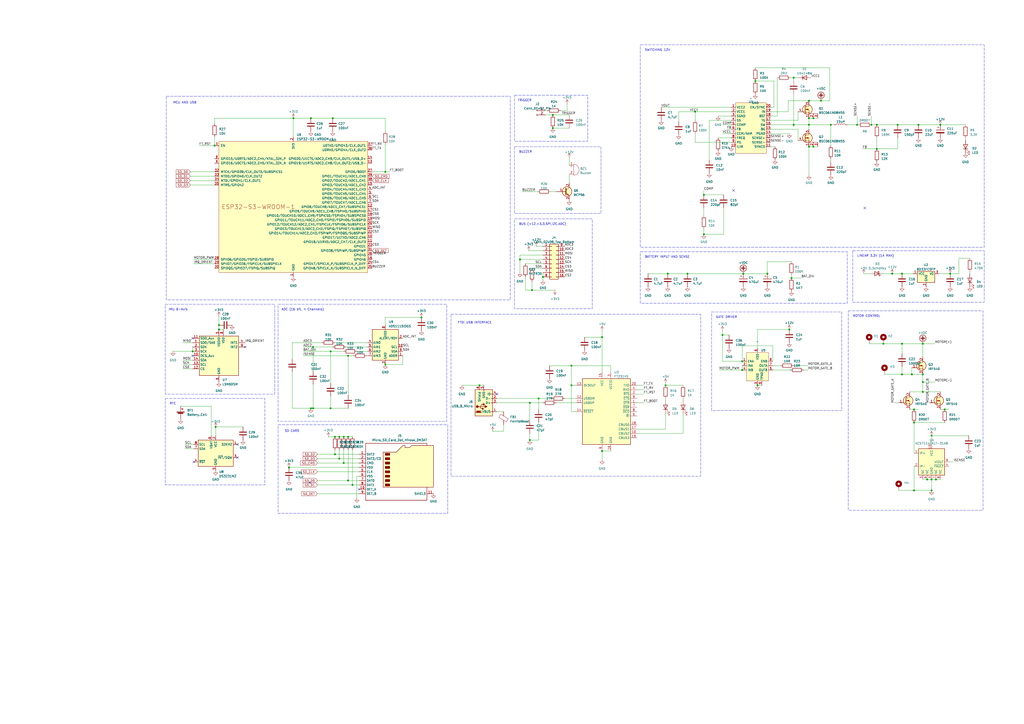
<source format=kicad_sch>
(kicad_sch (version 20230121) (generator eeschema)
  (paper "A2")
  (junction (at 481.965 72.39))
  (junction (at 181.61 201.295))
  (junction (at 469.265 68.58))
  (junction (at 223.52 99.695))
  (junction (at 545.465 72.39))
  (junction (at 523.24 158.75))
  (junction (at 537.845 278.13))
  (junction (at 528.955 217.17))
  (junction (at 431.165 158.75))
  (junction (at 403.225 64.77))
  (junction (at 331.47 212.09))
  (junction (at 201.93 253.365))
  (junction (at 469.265 85.09))
  (junction (at 548.005 237.49))
  (junction (at 497.205 72.39))
  (junction (at 460.375 45.085))
  (junction (at 471.805 68.58))
  (junction (at 430.53 214.63))
  (junction (at 439.42 223.52))
  (junction (at 312.42 231.14))
  (junction (at 508.635 72.39))
  (junction (at 535.305 221.615))
  (junction (at 419.1 194.31))
  (junction (at 517.525 158.75))
  (junction (at 542.925 278.13))
  (junction (at 194.31 253.365))
  (junction (at 307.34 255.27))
  (junction (at 180.34 68.58))
  (junction (at 196.85 253.365))
  (junction (at 540.385 252.73))
  (junction (at 532.765 72.39))
  (junction (at 523.24 199.39))
  (junction (at 278.13 223.52))
  (junction (at 191.77 203.835))
  (junction (at 127 188.595))
  (junction (at 167.64 271.145))
  (junction (at 530.225 237.49))
  (junction (at 201.93 278.765))
  (junction (at 457.835 191.135))
  (junction (at 314.96 160.655))
  (junction (at 476.25 58.42))
  (junction (at 505.46 72.39))
  (junction (at 551.18 158.75))
  (junction (at 540.385 278.13))
  (junction (at 408.305 113.03))
  (junction (at 301.625 150.495))
  (junction (at 460.375 72.39))
  (junction (at 523.24 217.17))
  (junction (at 508.635 86.36))
  (junction (at 520.7 72.39))
  (junction (at 530.225 284.48))
  (junction (at 193.04 68.58))
  (junction (at 201.93 206.375))
  (junction (at 191.77 236.855))
  (junction (at 535.305 227.33))
  (junction (at 469.265 58.42))
  (junction (at 438.15 46.99))
  (junction (at 512.445 199.39))
  (junction (at 320.675 74.295))
  (junction (at 180.34 236.855))
  (junction (at 530.225 245.11))
  (junction (at 430.53 209.55))
  (junction (at 124.46 84.455))
  (junction (at 127 191.135))
  (junction (at 181.61 236.855))
  (junction (at 125.095 247.65))
  (junction (at 331.47 223.52))
  (junction (at 469.265 72.39))
  (junction (at 459.105 161.29))
  (junction (at 199.39 253.365))
  (junction (at 349.25 261.62))
  (junction (at 320.675 66.675))
  (junction (at 387.35 158.75))
  (junction (at 204.47 281.305))
  (junction (at 196.85 266.065))
  (junction (at 111.76 203.835))
  (junction (at 386.08 223.52))
  (junction (at 170.18 68.58))
  (junction (at 194.31 263.525))
  (junction (at 471.805 85.09))
  (junction (at 445.135 158.75))
  (junction (at 535.305 217.17))
  (junction (at 398.78 158.75))
  (junction (at 349.25 195.58))
  (junction (at 223.52 211.455))
  (junction (at 540.385 284.48))
  (junction (at 408.305 135.89))
  (junction (at 199.39 268.605))
  (junction (at 535.305 199.39))
  (junction (at 244.475 184.15))
  (junction (at 307.34 233.68))
  (junction (at 308.61 168.275))
  (no_connect (at 111.76 206.375))
  (no_connect (at 501.65 120.65))
  (no_connect (at 179.705 280.035))
  (no_connect (at 112.395 267.97))
  (no_connect (at 111.76 196.215))
  (no_connect (at 137.795 265.43))
  (no_connect (at 288.29 228.6))
  (no_connect (at 425.45 110.49))
  (no_connect (at 142.24 201.295))
  (no_connect (at 208.28 283.845))
  (no_connect (at 137.795 257.81))
  (wire (pts (xy 124.46 68.58) (xy 170.18 68.58)))
  (wire (pts (xy 562.61 157.48) (xy 562.61 158.75)))
  (wire (pts (xy 317.5 64.135) (xy 316.23 64.135)))
  (wire (pts (xy 403.225 82.55) (xy 424.18 82.55)))
  (wire (pts (xy 331.47 238.76) (xy 334.01 238.76)))
  (wire (pts (xy 460.375 73.66) (xy 460.375 72.39)))
  (wire (pts (xy 175.895 206.375) (xy 201.93 206.375)))
  (wire (pts (xy 207.01 276.225) (xy 207.01 288.925)))
  (wire (pts (xy 190.5 253.365) (xy 194.31 253.365)))
  (wire (pts (xy 184.15 273.685) (xy 208.28 273.685)))
  (wire (pts (xy 408.305 113.03) (xy 419.735 113.03)))
  (wire (pts (xy 476.25 58.42) (xy 469.265 58.42)))
  (wire (pts (xy 181.61 236.855) (xy 180.34 236.855)))
  (wire (pts (xy 550.545 267.97) (xy 553.085 267.97)))
  (wire (pts (xy 223.52 99.695) (xy 226.06 99.695)))
  (wire (pts (xy 447.04 69.85) (xy 462.915 69.85)))
  (wire (pts (xy 469.265 72.39) (xy 481.965 72.39)))
  (wire (pts (xy 311.15 142.875) (xy 314.96 142.875)))
  (wire (pts (xy 528.955 213.36) (xy 528.955 217.17)))
  (wire (pts (xy 396.24 231.14) (xy 396.24 232.41)))
  (wire (pts (xy 396.24 240.03) (xy 396.24 251.46)))
  (wire (pts (xy 448.31 200.66) (xy 448.31 209.55)))
  (wire (pts (xy 459.105 159.385) (xy 459.105 161.29)))
  (wire (pts (xy 112.395 153.035) (xy 124.46 153.035)))
  (wire (pts (xy 424.18 67.31) (xy 416.56 67.31)))
  (wire (pts (xy 110.49 99.695) (xy 124.46 99.695)))
  (wire (pts (xy 307.34 233.68) (xy 307.34 243.84)))
  (wire (pts (xy 505.46 72.39) (xy 508.635 72.39)))
  (wire (pts (xy 169.545 236.855) (xy 169.545 215.9)))
  (wire (pts (xy 471.805 68.58) (xy 474.345 68.58)))
  (wire (pts (xy 387.35 158.75) (xy 398.78 158.75)))
  (wire (pts (xy 458.47 214.63) (xy 448.31 214.63)))
  (wire (pts (xy 201.93 206.375) (xy 201.93 229.235)))
  (wire (pts (xy 497.205 67.31) (xy 497.205 72.39)))
  (wire (pts (xy 518.795 233.68) (xy 521.335 233.68)))
  (wire (pts (xy 201.93 278.765) (xy 208.28 278.765)))
  (wire (pts (xy 304.8 168.275) (xy 308.61 168.275)))
  (wire (pts (xy 169.545 208.28) (xy 169.545 198.755)))
  (wire (pts (xy 447.04 64.77) (xy 457.2 64.77)))
  (wire (pts (xy 354.33 212.09) (xy 354.33 215.9)))
  (wire (pts (xy 191.77 236.855) (xy 191.77 229.87)))
  (wire (pts (xy 540.385 252.73) (xy 561.975 252.73)))
  (wire (pts (xy 504.19 199.39) (xy 512.445 199.39)))
  (wire (pts (xy 125.095 247.65) (xy 125.095 252.73)))
  (wire (pts (xy 204.47 281.305) (xy 208.28 281.305)))
  (wire (pts (xy 106.045 198.755) (xy 111.76 198.755)))
  (wire (pts (xy 508.635 80.01) (xy 508.635 86.36)))
  (wire (pts (xy 106.045 211.455) (xy 111.76 211.455)))
  (wire (pts (xy 331.47 223.52) (xy 334.01 223.52)))
  (wire (pts (xy 481.965 72.39) (xy 483.87 72.39)))
  (wire (pts (xy 460.375 54.61) (xy 460.375 72.39)))
  (wire (pts (xy 419.1 194.31) (xy 422.91 194.31)))
  (wire (pts (xy 327.66 231.14) (xy 334.01 231.14)))
  (wire (pts (xy 447.04 85.09) (xy 449.58 85.09)))
  (wire (pts (xy 308.61 168.275) (xy 321.945 168.275)))
  (wire (pts (xy 204.47 260.985) (xy 204.47 281.305)))
  (wire (pts (xy 393.7 70.485) (xy 393.7 64.77)))
  (wire (pts (xy 393.7 64.77) (xy 403.225 64.77)))
  (wire (pts (xy 403.225 64.77) (xy 424.18 64.77)))
  (wire (pts (xy 556.26 158.75) (xy 556.26 149.86)))
  (wire (pts (xy 319.405 111.125) (xy 322.58 111.125)))
  (wire (pts (xy 302.895 111.125) (xy 311.785 111.125)))
  (wire (pts (xy 542.925 278.13) (xy 545.465 278.13)))
  (wire (pts (xy 170.18 68.58) (xy 170.18 79.375)))
  (wire (pts (xy 530.225 284.48) (xy 540.385 284.48)))
  (wire (pts (xy 292.1 246.38) (xy 292.1 250.19)))
  (wire (pts (xy 196.85 253.365) (xy 199.39 253.365)))
  (wire (pts (xy 330.2 100.965) (xy 330.2 106.045)))
  (wire (pts (xy 386.08 248.92) (xy 369.57 248.92)))
  (wire (pts (xy 424.18 74.93) (xy 421.64 74.93)))
  (wire (pts (xy 100.33 203.835) (xy 111.76 203.835)))
  (wire (pts (xy 307.34 233.68) (xy 314.96 233.68)))
  (wire (pts (xy 201.93 206.375) (xy 205.105 206.375)))
  (wire (pts (xy 115.57 84.455) (xy 124.46 84.455)))
  (wire (pts (xy 551.18 158.75) (xy 556.26 158.75)))
  (wire (pts (xy 530.225 270.51) (xy 530.225 284.48)))
  (wire (pts (xy 301.625 147.955) (xy 301.625 150.495)))
  (wire (pts (xy 127 191.135) (xy 129.54 191.135)))
  (wire (pts (xy 458.47 45.085) (xy 460.375 45.085)))
  (wire (pts (xy 386.08 240.03) (xy 386.08 248.92)))
  (wire (pts (xy 233.68 211.455) (xy 233.68 206.375)))
  (wire (pts (xy 481.33 58.42) (xy 476.25 58.42)))
  (wire (pts (xy 439.42 223.52) (xy 441.96 223.52)))
  (wire (pts (xy 535.305 278.13) (xy 537.845 278.13)))
  (wire (pts (xy 369.57 233.68) (xy 373.38 233.68)))
  (wire (pts (xy 312.42 245.11) (xy 312.42 255.27)))
  (wire (pts (xy 469.265 72.39) (xy 469.265 74.93)))
  (wire (pts (xy 288.29 233.68) (xy 307.34 233.68)))
  (wire (pts (xy 419.1 194.31) (xy 419.1 209.55)))
  (wire (pts (xy 556.26 149.86) (xy 562.61 149.86)))
  (wire (pts (xy 349.25 191.77) (xy 349.25 195.58)))
  (wire (pts (xy 419.1 72.39) (xy 424.18 72.39)))
  (wire (pts (xy 375.92 158.75) (xy 387.35 158.75)))
  (wire (pts (xy 535.305 217.17) (xy 535.305 221.615)))
  (wire (pts (xy 301.625 150.495) (xy 301.625 158.115)))
  (wire (pts (xy 181.61 201.295) (xy 181.61 215.265)))
  (wire (pts (xy 535.305 227.33) (xy 545.465 227.33)))
  (wire (pts (xy 403.225 82.55) (xy 403.225 77.47)))
  (wire (pts (xy 201.93 260.985) (xy 201.93 278.765)))
  (wire (pts (xy 184.15 268.605) (xy 199.39 268.605)))
  (wire (pts (xy 191.77 203.835) (xy 191.77 222.25)))
  (wire (pts (xy 523.24 217.17) (xy 528.955 217.17)))
  (wire (pts (xy 469.265 68.58) (xy 469.265 72.39)))
  (wire (pts (xy 431.165 158.75) (xy 445.135 158.75)))
  (wire (pts (xy 527.685 227.33) (xy 535.305 227.33)))
  (wire (pts (xy 330.2 91.44) (xy 330.2 95.885)))
  (wire (pts (xy 184.15 281.305) (xy 204.47 281.305)))
  (wire (pts (xy 540.385 278.13) (xy 542.925 278.13)))
  (wire (pts (xy 308.61 155.575) (xy 314.96 155.575)))
  (wire (pts (xy 314.96 158.115) (xy 314.96 160.655)))
  (wire (pts (xy 223.52 68.58) (xy 193.04 68.58)))
  (wire (pts (xy 544.83 158.75) (xy 551.18 158.75)))
  (wire (pts (xy 530.225 237.49) (xy 532.765 237.49)))
  (wire (pts (xy 481.33 39.37) (xy 481.33 58.42)))
  (wire (pts (xy 445.135 151.765) (xy 459.105 151.765)))
  (wire (pts (xy 545.465 237.49) (xy 548.005 237.49)))
  (wire (pts (xy 419.1 191.77) (xy 419.1 194.31)))
  (wire (pts (xy 307.34 255.27) (xy 307.34 251.46)))
  (wire (pts (xy 184.15 263.525) (xy 194.31 263.525)))
  (wire (pts (xy 530.225 245.11) (xy 530.225 262.89)))
  (wire (pts (xy 267.97 223.52) (xy 278.13 223.52)))
  (wire (pts (xy 457.2 64.77) (xy 457.2 58.42)))
  (wire (pts (xy 191.77 203.835) (xy 199.39 203.835)))
  (wire (pts (xy 445.135 158.75) (xy 445.135 151.765)))
  (wire (pts (xy 304.8 153.035) (xy 314.96 153.035)))
  (wire (pts (xy 278.13 223.52) (xy 280.67 223.52)))
  (wire (pts (xy 481.965 72.39) (xy 481.965 84.455)))
  (wire (pts (xy 523.24 199.39) (xy 523.24 205.105)))
  (wire (pts (xy 331.47 212.09) (xy 331.47 223.52)))
  (wire (pts (xy 447.04 74.93) (xy 462.915 74.93)))
  (wire (pts (xy 411.48 69.85) (xy 411.48 92.71)))
  (wire (pts (xy 312.42 231.14) (xy 312.42 237.49)))
  (wire (pts (xy 199.39 268.605) (xy 208.28 268.605)))
  (wire (pts (xy 223.52 211.455) (xy 233.68 211.455)))
  (wire (pts (xy 450.85 67.31) (xy 450.85 45.085)))
  (wire (pts (xy 328.93 60.325) (xy 328.93 64.135)))
  (wire (pts (xy 194.31 253.365) (xy 196.85 253.365)))
  (wire (pts (xy 508.635 86.36) (xy 520.7 86.36)))
  (wire (pts (xy 457.2 58.42) (xy 469.265 58.42)))
  (wire (pts (xy 386.08 223.52) (xy 396.24 223.52)))
  (wire (pts (xy 530.225 245.11) (xy 548.005 245.11)))
  (wire (pts (xy 301.625 147.955) (xy 314.96 147.955)))
  (wire (pts (xy 107.315 260.35) (xy 112.395 260.35)))
  (wire (pts (xy 288.29 231.14) (xy 312.42 231.14)))
  (wire (pts (xy 447.04 72.39) (xy 460.375 72.39)))
  (wire (pts (xy 328.93 64.135) (xy 325.12 64.135)))
  (wire (pts (xy 535.305 221.615) (xy 535.305 227.33)))
  (wire (pts (xy 244.475 184.15) (xy 223.52 184.15)))
  (wire (pts (xy 520.7 80.01) (xy 520.7 86.36)))
  (wire (pts (xy 306.705 145.415) (xy 314.96 145.415)))
  (wire (pts (xy 184.15 266.065) (xy 196.85 266.065)))
  (wire (pts (xy 468.63 214.63) (xy 466.09 214.63)))
  (wire (pts (xy 419.1 209.55) (xy 430.53 209.55)))
  (wire (pts (xy 469.265 68.58) (xy 471.805 68.58)))
  (wire (pts (xy 223.52 99.695) (xy 223.52 83.82)))
  (wire (pts (xy 386.08 231.14) (xy 386.08 232.41)))
  (wire (pts (xy 180.34 68.58) (xy 193.04 68.58)))
  (wire (pts (xy 448.945 62.23) (xy 447.04 62.23)))
  (wire (pts (xy 523.24 199.39) (xy 535.305 199.39)))
  (wire (pts (xy 288.29 238.76) (xy 292.1 238.76)))
  (wire (pts (xy 457.835 191.135) (xy 439.42 191.135)))
  (wire (pts (xy 512.445 199.39) (xy 523.24 199.39)))
  (wire (pts (xy 462.915 69.85) (xy 462.915 64.77)))
  (wire (pts (xy 468.63 212.09) (xy 460.375 212.09)))
  (wire (pts (xy 124.46 71.755) (xy 124.46 68.58)))
  (wire (pts (xy 508.635 72.39) (xy 520.7 72.39)))
  (wire (pts (xy 301.625 150.495) (xy 314.96 150.495)))
  (wire (pts (xy 471.805 85.09) (xy 474.345 85.09)))
  (wire (pts (xy 312.42 255.27) (xy 307.34 255.27)))
  (wire (pts (xy 520.7 72.39) (xy 532.765 72.39)))
  (wire (pts (xy 112.395 150.495) (xy 124.46 150.495)))
  (wire (pts (xy 396.24 251.46) (xy 369.57 251.46)))
  (wire (pts (xy 430.53 212.09) (xy 430.53 214.63)))
  (wire (pts (xy 191.77 236.855) (xy 181.61 236.855)))
  (wire (pts (xy 447.04 77.47) (xy 457.835 77.47)))
  (wire (pts (xy 383.54 62.23) (xy 424.18 62.23)))
  (wire (pts (xy 481.965 92.075) (xy 481.965 93.98)))
  (wire (pts (xy 528.955 217.17) (xy 535.305 217.17)))
  (wire (pts (xy 322.58 233.68) (xy 334.01 233.68)))
  (wire (pts (xy 540.385 252.73) (xy 540.385 257.81)))
  (wire (pts (xy 170.18 68.58) (xy 180.34 68.58)))
  (wire (pts (xy 320.675 74.295) (xy 330.2 74.295)))
  (wire (pts (xy 199.39 260.985) (xy 199.39 268.605)))
  (wire (pts (xy 110.49 102.235) (xy 124.46 102.235)))
  (wire (pts (xy 416.56 80.01) (xy 424.18 80.01)))
  (wire (pts (xy 127 183.515) (xy 127 188.595)))
  (wire (pts (xy 339.09 195.58) (xy 349.25 195.58)))
  (wire (pts (xy 419.1 77.47) (xy 424.18 77.47)))
  (wire (pts (xy 349.25 261.62) (xy 354.33 261.62)))
  (wire (pts (xy 469.265 85.09) (xy 471.805 85.09)))
  (wire (pts (xy 207.01 203.835) (xy 213.36 203.835)))
  (wire (pts (xy 537.845 278.13) (xy 540.385 278.13)))
  (wire (pts (xy 369.57 228.6) (xy 373.38 228.6)))
  (wire (pts (xy 521.335 284.48) (xy 530.225 284.48)))
  (wire (pts (xy 349.25 261.62) (xy 349.25 266.7)))
  (wire (pts (xy 469.265 85.09) (xy 469.265 101.6)))
  (wire (pts (xy 106.045 208.915) (xy 111.76 208.915)))
  (wire (pts (xy 223.52 184.15) (xy 223.52 188.595)))
  (wire (pts (xy 304.8 160.655) (xy 304.8 168.275)))
  (wire (pts (xy 194.31 198.755) (xy 213.36 198.755)))
  (wire (pts (xy 548.005 237.49) (xy 550.545 237.49)))
  (wire (pts (xy 523.24 158.75) (xy 529.59 158.75)))
  (wire (pts (xy 386.08 222.25) (xy 386.08 223.52)))
  (wire (pts (xy 215.9 99.695) (xy 223.52 99.695)))
  (wire (pts (xy 545.465 72.39) (xy 560.07 72.39)))
  (wire (pts (xy 104.775 235.585) (xy 122.555 235.585)))
  (wire (pts (xy 501.015 158.75) (xy 504.825 158.75)))
  (wire (pts (xy 208.28 276.225) (xy 207.01 276.225)))
  (wire (pts (xy 438.15 46.99) (xy 448.945 46.99)))
  (wire (pts (xy 308.61 163.195) (xy 308.61 168.275)))
  (wire (pts (xy 460.375 45.085) (xy 462.915 45.085)))
  (wire (pts (xy 184.15 278.765) (xy 201.93 278.765)))
  (wire (pts (xy 523.24 212.725) (xy 523.24 217.17)))
  (wire (pts (xy 111.76 201.295) (xy 111.76 203.835)))
  (wire (pts (xy 505.46 67.31) (xy 505.46 72.39)))
  (wire (pts (xy 535.305 199.39) (xy 535.305 207.01)))
  (wire (pts (xy 513.08 217.17) (xy 523.24 217.17)))
  (wire (pts (xy 447.04 67.31) (xy 450.85 67.31)))
  (wire (pts (xy 320.675 66.675) (xy 330.2 66.675)))
  (wire (pts (xy 223.52 76.2) (xy 223.52 68.58)))
  (wire (pts (xy 408.305 120.65) (xy 408.305 125.095)))
  (wire (pts (xy 194.31 260.985) (xy 194.31 263.525)))
  (wire (pts (xy 201.93 236.855) (xy 191.77 236.855)))
  (wire (pts (xy 212.725 206.375) (xy 213.36 206.375)))
  (wire (pts (xy 430.53 209.55) (xy 430.53 200.66)))
  (wire (pts (xy 419.735 135.89) (xy 408.305 135.89)))
  (wire (pts (xy 373.38 226.06) (xy 369.57 226.06)))
  (wire (pts (xy 497.205 72.39) (xy 497.84 72.39)))
  (wire (pts (xy 110.49 107.315) (xy 124.46 107.315)))
  (wire (pts (xy 318.77 212.09) (xy 331.47 212.09)))
  (wire (pts (xy 125.095 247.65) (xy 140.97 247.65)))
  (wire (pts (xy 127 188.595) (xy 127 191.135)))
  (wire (pts (xy 403.225 69.85) (xy 403.225 64.77)))
  (wire (pts (xy 535.305 199.39) (xy 542.29 199.39)))
  (wire (pts (xy 540.385 284.48) (xy 540.385 278.13)))
  (wire (pts (xy 314.96 160.655) (xy 314.96 162.56)))
  (wire (pts (xy 462.915 74.93) (xy 462.915 81.28)))
  (wire (pts (xy 181.61 201.295) (xy 193.04 201.295)))
  (wire (pts (xy 448.945 46.99) (xy 448.945 62.23)))
  (wire (pts (xy 331.47 212.09) (xy 354.33 212.09)))
  (wire (pts (xy 460.375 46.99) (xy 460.375 45.085)))
  (wire (pts (xy 175.895 201.295) (xy 181.61 201.295)))
  (wire (pts (xy 169.545 198.755) (xy 186.69 198.755)))
  (wire (pts (xy 349.25 195.58) (xy 349.25 215.9)))
  (wire (pts (xy 107.315 257.81) (xy 112.395 257.81)))
  (wire (pts (xy 201.93 253.365) (xy 204.47 253.365)))
  (wire (pts (xy 512.445 158.75) (xy 517.525 158.75)))
  (wire (pts (xy 194.31 263.525) (xy 208.28 263.525)))
  (wire (pts (xy 491.49 72.39) (xy 497.205 72.39)))
  (wire (pts (xy 439.42 191.135) (xy 439.42 201.93)))
  (wire (pts (xy 106.045 213.995) (xy 111.76 213.995)))
  (wire (pts (xy 373.38 223.52) (xy 369.57 223.52)))
  (wire (pts (xy 452.755 212.09) (xy 448.31 212.09)))
  (wire (pts (xy 167.64 271.145) (xy 208.28 271.145)))
  (wire (pts (xy 408.305 132.715) (xy 408.305 135.89)))
  (wire (pts (xy 560.07 80.01) (xy 560.07 81.28)))
  (wire (pts (xy 181.61 236.855) (xy 181.61 222.885)))
  (wire (pts (xy 523.24 158.75) (xy 517.525 158.75)))
  (wire (pts (xy 196.85 266.065) (xy 208.28 266.065)))
  (wire (pts (xy 200.66 201.295) (xy 213.36 201.295)))
  (wire (pts (xy 430.53 200.66) (xy 448.31 200.66)))
  (wire (pts (xy 124.46 84.455) (xy 124.46 79.375)))
  (wire (pts (xy 169.545 236.855) (xy 180.34 236.855)))
  (wire (pts (xy 292.1 250.19) (xy 285.75 250.19)))
  (wire (pts (xy 417.195 214.63) (xy 430.53 214.63)))
  (wire (pts (xy 419.735 120.65) (xy 419.735 135.89)))
  (wire (pts (xy 175.895 203.835) (xy 191.77 203.835)))
  (wire (pts (xy 398.78 158.75) (xy 431.165 158.75)))
  (wire (pts (xy 196.85 260.985) (xy 196.85 266.065)))
  (wire (pts (xy 532.765 72.39) (xy 545.465 72.39)))
  (wire (pts (xy 460.375 72.39) (xy 469.265 72.39)))
  (wire (pts (xy 122.555 235.585) (xy 122.555 252.73)))
  (wire (pts (xy 331.47 223.52) (xy 331.47 238.76)))
  (wire (pts (xy 312.42 231.14) (xy 320.04 231.14)))
  (wire (pts (xy 527.685 237.49) (xy 530.225 237.49)))
  (wire (pts (xy 411.48 69.85) (xy 424.18 69.85)))
  (wire (pts (xy 542.29 221.615) (xy 535.305 221.615)))
  (wire (pts (xy 408.305 110.49) (xy 408.305 113.03)))
  (wire (pts (xy 500.38 86.36) (xy 508.635 86.36)))
  (wire (pts (xy 316.23 66.675) (xy 320.675 66.675)))
  (wire (pts (xy 199.39 253.365) (xy 201.93 253.365)))
  (wire (pts (xy 438.15 39.37) (xy 481.33 39.37)))
  (wire (pts (xy 459.105 161.29) (xy 464.82 161.29)))
  (wire (pts (xy 110.49 104.775) (xy 124.46 104.775)))
  (wire (pts (xy 184.15 286.385) (xy 208.28 286.385)))
  (rectangle (start 161.29 246.38) (end 259.715 297.815) (stroke (width 0) (type dash)))
  (rectangle (start 298.45 127) (end 343.535 179.07) (stroke (width 0) (type dash)))
  (rectangle (start 261.62 182.245) (end 406.4 276.225) (stroke (width 0) (type dash)))
  (rectangle (start 492.125 180.34) (end 570.23 295.91) (stroke (width 0) (type dash)))
  (rectangle (start 96.52 55.88) (end 295.91 173.99) (stroke (width 0) (type dash)))
  (rectangle (start 371.475 26.035) (end 570.865 143.51) (stroke (width 0) (type dash)))
  (rectangle (start 95.885 231.14) (end 153.67 281.305) (stroke (width 0) (type dash)))
  (rectangle (start 161.29 176.53) (end 259.08 244.475) (stroke (width 0) (type dash)))
  (rectangle (start 494.665 145.415) (end 570.865 175.26) (stroke (width 0) (type dash)))
  (rectangle (start 298.45 55.245) (end 340.995 81.915) (stroke (width 0) (type dash)))
  (rectangle (start 95.885 176.53) (end 159.385 228.6) (stroke (width 0) (type dash)))
  (rectangle (start 371.475 146.05) (end 491.49 175.895) (stroke (width 0) (type dash)))
  (rectangle (start 298.45 85.09) (end 348.615 123.825) (stroke (width 0) (type dash)))
  (rectangle (start 412.75 180.975) (end 488.315 238.125) (stroke (width 0) (type dash)))
  (text "LINEAR 3.3V (1A MAX)" (at 497.205 149.225 0) (effects (font (size 1.27 1.27)) (justify left bottom)))
  (text "FTDI USB INTERFACE" (at 265.43 187.96 0) (effects (font (size 1.27 1.27)) (justify left bottom)))
  (text "MCU AND USB" (at 100.33 60.325 0) (effects (font (size 1.27 1.27)) (justify left bottom)))
  (text "TRIGGER" (at 300.355 59.055 0) (effects (font (size 1.27 1.27)) (justify left bottom)))
  (text "BATTERY INPUT AND SENSE" (at 374.015 149.86 0) (effects (font (size 1.27 1.27)) (justify left bottom)))
  (text "BUZZER" (at 300.99 88.9 0) (effects (font (size 1.27 1.27)) (justify left bottom)))
  (text "ADC (16 bit, 4 Channels)" (at 163.195 180.34 0) (effects (font (size 1.27 1.27)) (justify left bottom)))
  (text "GATE DRIVER" (at 415.29 184.785 0) (effects (font (size 1.27 1.27)) (justify left bottom)))
  (text "SD CARD" (at 165.1 250.825 0) (effects (font (size 1.27 1.27)) (justify left bottom)))
  (text "IMU 6-Axis" (at 97.79 180.34 0) (effects (font (size 1.27 1.27)) (justify left bottom)))
  (text "SWITCHING 12V" (at 374.015 29.845 0) (effects (font (size 1.27 1.27)) (justify left bottom)))
  (text "RTC" (at 98.425 234.95 0) (effects (font (size 1.27 1.27)) (justify left bottom)))
  (text "MOTOR CONTROL" (at 494.665 184.15 0) (effects (font (size 1.27 1.27)) (justify left bottom)))
  (text "BUS (+12,+3.3,SPI,I2C,ADC)" (at 300.99 130.81 0) (effects (font (size 1.27 1.27)) (justify left bottom)))
  (label "CS1" (at 215.9 122.555 0))
  (label "CS4" (at 215.9 153.035 0))
  (label "FT_RX" (at 215.9 84.455 0))
  (label "IRQ_ORIENT" (at 142.24 198.755 0))
  (label "MOTOR_PWM" (at 112.395 150.495 0))
  (label "CS3" (at 327.66 155.575 0))
  (label "FB" (at 421.64 74.93 0))
  (label "MOTOR_PWM" (at 417.195 214.63 0))
  (label "VCC1" (at 400.05 64.77 0))
  (label "SCL" (at 107.315 257.81 0))
  (label "MOTOR(+)" (at 542.29 199.39 0))
  (label "SCL" (at 215.9 114.935 0))
  (label "BAT_DIV" (at 175.895 203.835 0))
  (label "VOUT" (at 383.54 62.23 0))
  (label "BUZZER" (at 215.9 155.575 0))
  (label "SDA" (at 215.9 117.475 0))
  (label "ADC_INT" (at 215.9 109.855 0))
  (label "SDA" (at 310.515 155.575 0))
  (label "FT_RST" (at 115.57 84.455 0))
  (label "MOSI" (at 327.66 147.955 0))
  (label "ADC_INT" (at 233.68 196.215 0))
  (label "CS2" (at 215.9 135.255 0))
  (label "MISO" (at 106.045 198.755 0))
  (label "SCK" (at 215.9 130.175 0))
  (label "MOTOR_GATE_B" (at 468.63 214.63 0))
  (label "SCK" (at 327.66 153.035 0))
  (label "BUZZER" (at 302.895 111.125 0))
  (label "FT_TX" (at 215.9 86.995 0))
  (label "SENSE-" (at 505.46 67.31 90))
  (label "MOSI" (at 106.045 208.915 0))
  (label "ADC2" (at 175.895 201.295 0))
  (label "SENSE-" (at 447.04 82.55 0))
  (label "CS4" (at 327.66 150.495 0))
  (label "SCK" (at 106.045 211.455 0))
  (label "TRIGGER" (at 215.9 147.955 0))
  (label "CS0" (at 106.045 213.995 0))
  (label "CS0" (at 215.9 125.095 0))
  (label "FT_TX" (at 373.38 223.52 0))
  (label "MOTOR(-)" (at 542.29 221.615 0))
  (label "FT_RST" (at 373.38 228.6 0))
  (label "COMP" (at 419.1 72.39 0))
  (label "IRQ_ORIENT" (at 112.395 153.035 0))
  (label "MOTOR_GATE_B" (at 539.115 233.68 90))
  (label "ADC3" (at 175.895 198.755 0))
  (label "SCL" (at 310.515 153.035 0))
  (label "FT_BOOT" (at 226.06 99.695 0))
  (label "FT_RX" (at 373.38 226.06 0))
  (label "MOTOR_GATE_A" (at 518.795 233.68 90))
  (label "ISENSE" (at 175.895 206.375 0))
  (label "VCC1" (at 470.535 45.085 0))
  (label "SDA" (at 233.68 203.835 0))
  (label "ISENSE" (at 553.085 267.97 0))
  (label "TRIGGER" (at 325.755 66.675 0))
  (label "MISO" (at 215.9 132.715 0))
  (label "BAT_DIV" (at 464.82 161.29 0))
  (label "FB" (at 500.38 86.36 0))
  (label "SENSE+" (at 497.205 67.31 90))
  (label "MOTOR_GATE_A" (at 468.63 212.09 0))
  (label "SCL" (at 233.68 201.295 0))
  (label "ADC2" (at 327.66 145.415 0))
  (label "SENSE+" (at 447.04 80.01 0))
  (label "ADC3" (at 327.66 142.875 0))
  (label "MISO" (at 327.66 158.115 0))
  (label "FT_BOOT" (at 373.38 233.68 0))
  (label "COMP" (at 408.305 110.49 0))
  (label "VCC1" (at 419.1 77.47 0))
  (label "CS3" (at 215.9 142.875 0))
  (label "CS2" (at 327.66 160.655 0))
  (label "SDA" (at 107.315 260.35 0))
  (label "MOSI" (at 215.9 127.635 0))
  (global_label "SD_D0" (shape input) (at 184.15 278.765 180) (property "Intersheetrefs" "${INTERSHEET_REFS}" (effects hide)))
  (global_label "SD_D3" (shape input) (at 184.15 266.065 180) (property "Intersheetrefs" "${INTERSHEET_REFS}" (effects hide)))
  (global_label "SD_CLK" (shape input) (at 215.9 104.775 0) (property "Intersheetrefs" "${INTERSHEET_REFS}" (effects hide)))
  (global_label "SD_CMD" (shape input) (at 184.15 268.605 180) (property "Intersheetrefs" "${INTERSHEET_REFS}" (effects hide)))
  (global_label "SD_D1" (shape input) (at 110.49 102.235 180) (property "Intersheetrefs" "${INTERSHEET_REFS}" (effects hide)))
  (global_label "SD_CMD" (shape input) (at 215.9 102.235 0) (property "Intersheetrefs" "${INTERSHEET_REFS}" (effects hide)))
  (global_label "SD_DET" (shape input) (at 184.15 286.385 180) (property "Intersheetrefs" "${INTERSHEET_REFS}" (effects hide)))
  (global_label "SD_DET" (shape input) (at 215.9 145.415 0) (property "Intersheetrefs" "${INTERSHEET_REFS}" (effects hide)))
  (global_label "SD_D2" (shape input) (at 110.49 104.775 180) (property "Intersheetrefs" "${INTERSHEET_REFS}" (effects hide)))
  (global_label "SD_D1" (shape input) (at 184.15 281.305 180) (property "Intersheetrefs" "${INTERSHEET_REFS}" (effects hide)))
  (global_label "SD_D2" (shape input) (at 184.15 263.525 180) (property "Intersheetrefs" "${INTERSHEET_REFS}" (effects hide)))
  (global_label "SD_CLK" (shape input) (at 184.15 273.685 180) (property "Intersheetrefs" "${INTERSHEET_REFS}" (effects hide)))
  (global_label "SD_D0" (shape input) (at 110.49 99.695 180) (property "Intersheetrefs" "${INTERSHEET_REFS}" (effects hide)))
  (global_label "SD_D3" (shape input) (at 110.49 107.315 180) (property "Intersheetrefs" "${INTERSHEET_REFS}" (effects hide)))
  (symbol (lib_id "PCM_Resistor_AKL:R_0603") (at 459.105 165.1 0) (unit 1)
    (property "Reference" "R2" (at 461.645 164.465 0) (effects (justify left)))
    (property "Value" "4K7" (at 461.645 167.005 0) (effects (justify left)))
    (property "Footprint" "Resistor_SMD:R_0603_1608Metric" (effects hide))
  )
  (symbol (lib_id "power:GND") (at 375.92 166.37 0) (unit 1)
    (property "Reference" "#PWR02" (effects hide))
    (property "Value" "GND" (at 375.92 171.45 0))
  )
  (symbol (lib_id "Device:R") (at 124.46 75.565 180) (unit 1)
    (property "Reference" "R27" (at 127 74.93 0) (effects (justify right)))
    (property "Value" "10K" (at 127 77.47 0) (effects (justify right)))
    (property "Footprint" "Resistor_SMD:R_0603_1608Metric" (effects hide))
  )
  (symbol (lib_id "power:+VDC") (at 431.165 158.75 0) (unit 1)
    (property "Reference" "#PWR01" (effects hide))
    (property "Value" "+VDC" (at 431.165 152.4 0))
  )
  (symbol (lib_id "power:GND") (at 424.18 85.09 0) (unit 1)
    (property "Reference" "#PWR017" (effects hide))
    (property "Value" "GND" (at 424.18 89.535 0))
  )
  (symbol (lib_id "Connector:Conn_01x02_Pin") (at 311.15 64.135 0) (unit 1)
    (property "Reference" "J2" (at 311.785 60.325 0))
    (property "Value" "Conn_01x02_Pin" (at 311.785 62.865 0))
    (property "Footprint" "Connector_PinHeader_2.54mm:PinHeader_1x02_P2.54mm_Vertical" (effects hide))
  )
  (symbol (lib_id "Driver_FET:2EDN8524F") (at 439.42 198.12 0) (unit 1)
    (property "Reference" "U5" (at 441.3759 203.2 0) (effects (justify left)))
    (property "Value" "~" (at 439.42 198.12 0))
    (property "Footprint" "Package_SO:Infineon_PG-DSO-8-27_3.9x4.9mm_EP2.65x3mm_ThermalVias" (effects hide))
  )
  (symbol (lib_id "power:GND") (at 207.01 288.925 0) (unit 1)
    (property "Reference" "#PWR079" (effects hide))
    (property "Value" "GND" (at 207.01 294.005 0))
  )
  (symbol (lib_id "power:GND") (at 439.42 223.52 0) (unit 1)
    (property "Reference" "#PWR048" (effects hide))
    (property "Value" "GND" (at 439.42 228.6 0))
  )
  (symbol (lib_id "Device:C") (at 307.34 247.65 0) (unit 1)
    (property "Reference" "C21" (at 311.15 247.015 0) (effects (justify left)))
    (property "Value" "47pF" (at 311.15 249.555 0) (effects (justify left)))
    (property "Footprint" "Capacitor_SMD:C_0603_1608Metric" (effects hide))
  )
  (symbol (lib_id "power:GND") (at 562.61 166.37 0) (unit 1)
    (property "Reference" "#PWR032" (effects hide))
    (property "Value" "GND" (at 562.61 171.45 0))
  )
  (symbol (lib_id "power:+3V3") (at 167.64 271.145 0) (unit 1)
    (property "Reference" "#PWR076" (effects hide))
    (property "Value" "+3V3" (at 167.64 267.335 0))
  )
  (symbol (lib_id "PCM_Capacitor_AKL:C_1812") (at 523.24 208.915 0) (unit 1)
    (property "Reference" "C22" (at 527.05 208.28 0) (effects (justify left)))
    (property "Value" "1000pF" (at 527.05 210.82 0) (effects (justify left)))
    (property "Footprint" "Capacitor_SMD:C_1812_4532Metric" (effects hide))
  )
  (symbol (lib_id "Connector_Generic:Conn_02x08_Top_Bottom") (at 320.04 150.495 0) (unit 1)
    (property "Reference" "J4" (at 321.31 137.795 0))
    (property "Value" "Conn_02x08_Top_Bottom" (at 321.31 140.335 0))
    (property "Footprint" "Connector_PinHeader_2.54mm:PinHeader_2x08_P2.54mm_Vertical" (effects hide))
  )
  (symbol (lib_id "power:GND") (at 104.775 243.205 0) (unit 1)
    (property "Reference" "#PWR062" (effects hide))
    (property "Value" "GND" (at 104.775 248.285 0))
  )
  (symbol (lib_id "PCM_Capacitor_AKL:C_0603") (at 383.54 66.04 0) (unit 1)
    (property "Reference" "C7" (at 387.35 65.405 0) (effects (justify left)))
    (property "Value" "4.7uF" (at 387.35 67.945 0) (effects (justify left)))
    (property "Footprint" "Capacitor_SMD:C_0603_1608Metric" (effects hide))
  )
  (symbol (lib_id "PCM_Capacitor_AKL:C_0603") (at 460.375 50.8 0) (unit 1)
    (property "Reference" "C6" (at 464.185 50.165 0) (effects (justify left)))
    (property "Value" "100nF" (at 464.185 52.705 0) (effects (justify left)))
    (property "Footprint" "Capacitor_SMD:C_0603_1608Metric" (effects hide))
  )
  (symbol (lib_id "Device:C") (at 422.91 198.12 0) (unit 1)
    (property "Reference" "C36" (at 426.72 197.485 0) (effects (justify left)))
    (property "Value" "100nF" (at 426.72 200.025 0) (effects (justify left)))
    (property "Footprint" "Capacitor_SMD:C_0603_1608Metric" (effects hide))
  )
  (symbol (lib_id "PCM_Capacitor_AKL:C_1812") (at 457.835 194.945 0) (unit 1)
    (property "Reference" "C24" (at 461.645 194.31 0) (effects (justify left)))
    (property "Value" "1uF" (at 461.645 196.85 0) (effects (justify left)))
    (property "Footprint" "Capacitor_SMD:C_1812_4532Metric" (effects hide))
  )
  (symbol (lib_id "PCM_Capacitor_AKL:C_0603") (at 520.7 76.2 0) (unit 1)
    (property "Reference" "C9" (at 524.51 75.565 0) (effects (justify left)))
    (property "Value" "150pF" (at 524.51 78.105 0) (effects (justify left)))
    (property "Footprint" "Capacitor_SMD:C_0603_1608Metric" (effects hide))
  )
  (symbol (lib_id "Device:R") (at 194.31 257.175 0) (unit 1)
    (property "Reference" "R35" (at 196.85 256.54 0) (effects (justify left)))
    (property "Value" "10K" (at 196.85 259.08 0) (effects (justify left)))
    (property "Footprint" "Resistor_SMD:R_0603_1608Metric" (effects hide))
  )
  (symbol (lib_id "power:+12V") (at 330.2 91.44 0) (unit 1)
    (property "Reference" "#PWR051" (effects hide))
    (property "Value" "+12V" (at 330.2 88.265 0))
  )
  (symbol (lib_id "power:GND") (at 545.465 80.01 0) (unit 1)
    (property "Reference" "#PWR016" (effects hide))
    (property "Value" "GND" (at 545.465 84.455 0))
  )
  (symbol (lib_id "Interface_USB:FT231XS") (at 351.79 238.76 0) (unit 1)
    (property "Reference" "U3" (at 356.2859 215.9 0) (effects (justify left)))
    (property "Value" "FT231XS" (at 356.2859 218.44 0) (effects (justify left)))
    (property "Footprint" "Package_SO:SSOP-20_3.9x8.7mm_P0.635mm" (effects hide))
    (property "Datasheet" "https://www.ftdichip.com/Support/Documents/DataSheets/ICs/DS_FT231X.pdf" (effects hide))
  )
  (symbol (lib_id "power:+3V3") (at 306.705 145.415 0) (unit 1)
    (property "Reference" "#PWR067" (effects hide))
    (property "Value" "+3V3" (at 306.705 141.605 0))
  )
  (symbol (lib_id "PCM_Capacitor_AKL:C_0603") (at 408.305 116.84 0) (unit 1)
    (property "Reference" "C14" (at 412.115 116.205 0) (effects (justify left)))
    (property "Value" "220pF" (at 412.115 118.745 0) (effects (justify left)))
    (property "Footprint" "Capacitor_SMD:C_0603_1608Metric" (effects hide))
  )
  (symbol (lib_id "PCM_Capacitor_AKL:C_0603") (at 130.81 188.595 90) (unit 1)
    (property "Reference" "C28" (at 130.81 182.245 90))
    (property "Value" "100nF" (at 130.81 184.785 90))
    (property "Footprint" "Capacitor_SMD:C_0603_1608Metric" (effects hide))
  )
  (symbol (lib_id "Mechanical:MountingHole_Pad") (at 504.19 196.85 0) (unit 1)
    (property "Reference" "H1" (at 506.73 194.945 0) (effects (justify left)))
    (property "Value" "MountingHole_Pad" (effects hide))
    (property "Footprint" "MountingHole:MountingHole_3.7mm_Pad_TopBottom" (effects hide))
  )
  (symbol (lib_id "PCM_Transistor_MOSFET_AKL:BSC061N08NS5") (at 466.725 63.5 0) (unit 1)
    (property "Reference" "Q1" (at 474.98 62.865 0) (effects (justify left)))
    (property "Value" "BSC061N08NS5" (at 474.98 65.405 0) (effects (justify left)))
    (property "Footprint" "Package_SON_AKL:Infineon_PG-TDSON-8" (effects hide))
    (property "Datasheet" "https://www.tme.eu/Document/b801275b99e11860b4bf41ee689e2747/BSC061N08NS5-DTE.pdf" (effects hide))
  )
  (symbol (lib_id "Device:LED") (at 560.07 85.09 90) (unit 1)
    (property "Reference" "D2" (at 563.88 86.0425 90) (effects (justify right)))
    (property "Value" "LED" (at 563.88 88.5825 90) (effects (justify right)))
    (property "Footprint" "LED_SMD:LED_0805_2012Metric" (effects hide))
  )
  (symbol (lib_id "PCM_Capacitor_AKL:C_0603") (at 561.975 256.54 0) (unit 1)
    (property "Reference" "C23" (at 565.15 255.905 0) (effects (justify left)))
    (property "Value" "1uF" (at 565.15 258.445 0) (effects (justify left)))
    (property "Footprint" "Capacitor_SMD:C_0603_1608Metric" (effects hide))
  )
  (symbol (lib_id "power:GND") (at 383.54 69.85 0) (unit 1)
    (property "Reference" "#PWR011" (effects hide))
    (property "Value" "GND" (at 383.54 74.295 0))
  )
  (symbol (lib_id "Device:R") (at 321.31 64.135 90) (unit 1)
    (property "Reference" "R24" (at 321.31 59.055 90))
    (property "Value" "1K" (at 321.31 61.595 90))
    (property "Footprint" "Resistor_SMD:R_0603_1608Metric" (effects hide))
  )
  (symbol (lib_id "PCM_Capacitor_AKL:C_0603") (at 201.93 233.045 0) (unit 1)
    (property "Reference" "C34" (at 205.74 232.41 0) (effects (justify left)))
    (property "Value" "100nF" (at 205.74 234.95 0) (effects (justify left)))
    (property "Footprint" "Capacitor_SMD:C_0603_1608Metric" (effects hide))
  )
  (symbol (lib_id "Device:LED") (at 386.08 236.22 90) (unit 1)
    (property "Reference" "D5" (at 389.89 237.1725 90) (effects (justify right)))
    (property "Value" "LED" (at 389.89 239.7125 90) (effects (justify right)))
    (property "Footprint" "LED_SMD:LED_0805_2012Metric" (effects hide))
  )
  (symbol (lib_id "power:GND") (at 457.835 198.755 0) (unit 1)
    (property "Reference" "#PWR046" (effects hide))
    (property "Value" "GND" (at 457.835 203.2 0))
  )
  (symbol (lib_id "PCM_Resistor_AKL:R_0603") (at 456.565 212.09 90) (unit 1)
    (property "Reference" "R22" (at 456.565 207.01 90))
    (property "Value" "10R" (at 456.565 209.55 90))
    (property "Footprint" "Resistor_SMD:R_0603_1608Metric" (effects hide))
  )
  (symbol (lib_id "PCM_Resistor_AKL:R_0603") (at 203.2 203.835 90) (unit 1)
    (property "Reference" "R33" (at 203.2 199.39 90))
    (property "Value" "10K" (at 203.2 201.93 90))
    (property "Footprint" "Resistor_SMD:R_0603_1608Metric" (effects hide))
  )
  (symbol (lib_id "power:GND") (at 449.58 92.71 0) (unit 1)
    (property "Reference" "#PWR020" (effects hide))
    (property "Value" "GND" (at 449.58 97.155 0))
  )
  (symbol (lib_id "power:GND") (at 180.34 236.855 0) (unit 1)
    (property "Reference" "#PWR074" (effects hide))
    (property "Value" "GND" (at 180.34 241.3 0))
  )
  (symbol (lib_id "PCM_Transistor_MOSFET_AKL:IRF540") (at 532.765 212.09 0) (unit 1)
    (property "Reference" "Q3" (at 538.48 211.455 0) (effects (justify left)))
    (property "Value" "IRF540" (at 538.48 213.995 0) (effects (justify left)))
    (property "Footprint" "Package_TO_SOT_THT_AKL:TO-220-3_Vertical_GDS" (effects hide))
    (property "Datasheet" "https://www.tme.eu/Document/1439af82c33b20bacf1ea6224bf063d3/IRF540PBF.pdf" (effects hide))
  )
  (symbol (lib_id "power:+3V3") (at 551.18 158.75 0) (unit 1)
    (property "Reference" "#PWR028" (effects hide))
    (property "Value" "+3V3" (at 551.18 155.575 0))
  )
  (symbol (lib_id "power:+5V") (at 386.08 222.25 0) (unit 1)
    (property "Reference" "#PWR036" (effects hide))
    (property "Value" "+5V" (at 386.08 218.44 0))
  )
  (symbol (lib_id "power:GND") (at 560.07 88.9 0) (unit 1)
    (property "Reference" "#PWR019" (effects hide))
    (property "Value" "GND" (at 560.07 93.98 0))
  )
  (symbol (lib_id "power:GND") (at 459.105 168.91 0) (unit 1)
    (property "Reference" "#PWR07" (effects hide))
    (property "Value" "GND" (at 459.105 173.99 0))
  )
  (symbol (lib_id "power:+3V3") (at 190.5 253.365 0) (unit 1)
    (property "Reference" "#PWR075" (effects hide))
    (property "Value" "+3V3" (at 190.5 249.555 0))
  )
  (symbol (lib_id "Device:Battery_Cell") (at 104.775 240.665 0) (unit 1)
    (property "Reference" "BT1" (at 108.585 237.998 0) (effects (justify left)))
    (property "Value" "Battery_Cell" (at 108.585 240.538 0) (effects (justify left)))
    (property "Footprint" "Battery:BatteryHolder_Keystone_1060_1x2032" (effects hide))
  )
  (symbol (lib_id "power:GND") (at 416.56 87.63 0) (unit 1)
    (property "Reference" "#PWR018" (effects hide))
    (property "Value" "GND" (at 416.56 92.075 0))
  )
  (symbol (lib_id "PCM_Resistor_AKL:R_0603") (at 320.675 70.485 0) (unit 1)
    (property "Reference" "R25" (at 323.215 69.85 0) (effects (justify left)))
    (property "Value" "10K" (at 323.215 72.39 0) (effects (justify left)))
    (property "Footprint" "Resistor_SMD:R_0603_1608Metric" (effects hide))
  )
  (symbol (lib_id "power:+3V3") (at 244.475 184.15 0) (unit 1)
    (property "Reference" "#PWR071" (effects hide))
    (property "Value" "+3V3" (at 244.475 180.34 0))
  )
  (symbol (lib_id "PCM_Resistor_AKL:R_0603") (at 416.56 83.82 0) (unit 1)
    (property "Reference" "R10" (at 418.465 83.185 0) (effects (justify left)))
    (property "Value" "37K4" (at 418.465 85.725 0) (effects (justify left)))
    (property "Footprint" "Resistor_SMD:R_0603_1608Metric" (effects hide))
  )
  (symbol (lib_id "Device:R") (at 386.08 227.33 0) (unit 1)
    (property "Reference" "R16" (at 388.62 226.695 0) (effects (justify left)))
    (property "Value" "1K" (at 388.62 229.235 0) (effects (justify left)))
    (property "Footprint" "Resistor_SMD:R_0603_1608Metric" (effects hide))
  )
  (symbol (lib_id "PCM_Resistor_AKL:R_2512") (at 530.225 241.3 0) (unit 1)
    (property "Reference" "R20" (at 532.765 240.665 0) (effects (justify left)))
    (property "Value" "0R007" (at 532.765 243.205 0) (effects (justify left)))
    (property "Footprint" "Resistor_SMD:R_2512_6332Metric" (effects hide))
  )
  (symbol (lib_id "PCM_Capacitor_AKL:C_0603") (at 169.545 212.09 0) (unit 1)
    (property "Reference" "C31" (at 180.34 211.455 0) (effects (justify left)))
    (property "Value" "100nF" (at 180.34 213.995 0) (effects (justify left)))
    (property "Footprint" "Capacitor_SMD:C_0603_1608Metric" (effects hide))
  )
  (symbol (lib_id "power:GND") (at 398.78 166.37 0) (unit 1)
    (property "Reference" "#PWR04" (effects hide))
    (property "Value" "GND" (at 398.78 171.45 0))
  )
  (symbol (lib_id "power:GND") (at 457.835 77.47 0) (unit 1)
    (property "Reference" "#PWR013" (effects hide))
    (property "Value" "GND" (at 457.835 81.915 0))
  )
  (symbol (lib_id "power:GND") (at 481.965 101.6 0) (unit 1)
    (property "Reference" "#PWR024" (effects hide))
    (property "Value" "GND" (at 481.965 106.045 0))
  )
  (symbol (lib_id "Device:R") (at 204.47 257.175 0) (unit 1)
    (property "Reference" "R39" (at 207.01 256.54 0) (effects (justify left)))
    (property "Value" "10K" (at 207.01 259.08 0) (effects (justify left)))
    (property "Footprint" "Resistor_SMD:R_0603_1608Metric" (effects hide))
  )
  (symbol (lib_id "Device:Buzzer") (at 332.74 98.425 0) (unit 1)
    (property "Reference" "BZ1" (at 336.55 97.79 0) (effects (justify left)))
    (property "Value" "Buzzer" (at 336.55 100.33 0) (effects (justify left)))
    (property "Footprint" "Buzzer_Beeper:Buzzer_12x9.5RM7.6" (effects hide))
  )
  (symbol (lib_id "power:GND") (at 408.305 135.89 0) (unit 1)
    (property "Reference" "#PWR025" (effects hide))
    (property "Value" "GND" (at 408.305 140.335 0))
  )
  (symbol (lib_id "PCM_Capacitor_AKL:C_0603") (at 244.475 187.96 0) (unit 1)
    (property "Reference" "C30" (at 247.65 187.325 0) (effects (justify left)))
    (property "Value" "100nF" (at 247.65 189.865 0) (effects (justify left)))
    (property "Footprint" "Capacitor_SMD:C_0603_1608Metric" (effects hide))
  )
  (symbol (lib_id "power:+12V") (at 457.835 191.135 0) (unit 1)
    (property "Reference" "#PWR045" (effects hide))
    (property "Value" "+12V" (at 457.835 187.325 0))
  )
  (symbol (lib_id "power:GND") (at 127 221.615 0) (unit 1)
    (property "Reference" "#PWR061" (effects hide))
    (property "Value" "GND" (at 127 226.695 0))
  )
  (symbol (lib_id "PCM_Resistor_AKL:R_0603") (at 223.52 80.01 0) (unit 1)
    (property "Reference" "R28" (at 225.425 79.375 0) (effects (justify left)))
    (property "Value" "10K" (at 225.425 81.915 0) (effects (justify left)))
    (property "Footprint" "Resistor_SMD:R_0603_1608Metric" (effects hide))
  )
  (symbol (lib_id "PCM_Resistor_AKL:R_0603") (at 196.85 201.295 90) (unit 1)
    (property "Reference" "R32" (at 196.85 196.85 90))
    (property "Value" "10K" (at 196.85 199.39 90))
    (property "Footprint" "Resistor_SMD:R_0603_1608Metric" (effects hide))
  )
  (symbol (lib_id "PCM_Resistor_AKL:R_0603") (at 208.915 206.375 90) (unit 1)
    (property "Reference" "R34" (at 208.915 201.93 90))
    (property "Value" "10K" (at 208.915 204.47 90))
    (property "Footprint" "Resistor_SMD:R_0603_1608Metric" (effects hide))
  )
  (symbol (lib_id "power:GND") (at 537.21 166.37 0) (unit 1)
    (property "Reference" "#PWR030" (effects hide))
    (property "Value" "GND" (at 537.21 171.45 0))
  )
  (symbol (lib_id "PCM_Resistor_AKL:R_0603") (at 481.965 88.265 0) (unit 1)
    (property "Reference" "R11" (at 483.87 87.63 0) (effects (justify left)))
    (property "Value" "10R" (at 483.87 90.17 0) (effects (justify left)))
    (property "Footprint" "Resistor_SMD:R_0603_1608Metric" (effects hide))
  )
  (symbol (lib_id "power:GND") (at 307.34 255.27 0) (unit 1)
    (property "Reference" "#PWR039" (effects hide))
    (property "Value" "GND" (at 307.34 260.35 0))
  )
  (symbol (lib_id "PCM_Capacitor_AKL:C_0603") (at 481.965 97.79 0) (unit 1)
    (property "Reference" "C13" (at 485.14 97.155 0) (effects (justify left)))
    (property "Value" "220pF" (at 485.14 99.695 0) (effects (justify left)))
    (property "Footprint" "Capacitor_SMD:C_0603_1608Metric" (effects hide))
  )
  (symbol (lib_id "power:+3V3") (at 321.945 168.275 180) (unit 1)
    (property "Reference" "#PWR070" (effects hide))
    (property "Value" "+3V3" (at 321.945 173.355 0))
  )
  (symbol (lib_id "PCM_Capacitor_AKL:C_1812") (at 532.765 76.2 0) (unit 1)
    (property "Reference" "C10" (at 536.575 75.565 0) (effects (justify left)))
    (property "Value" "22uF" (at 536.575 78.105 0) (effects (justify left)))
    (property "Footprint" "Capacitor_SMD:C_1812_4532Metric" (effects hide))
  )
  (symbol (lib_id "power:GND") (at 532.765 80.01 0) (unit 1)
    (property "Reference" "#PWR015" (effects hide))
    (property "Value" "GND" (at 532.765 84.455 0))
  )
  (symbol (lib_id "Mechanical:MountingHole_Pad") (at 512.445 196.85 0) (unit 1)
    (property "Reference" "H2" (at 514.985 194.945 0) (effects (justify left)))
    (property "Value" "MountingHole_Pad" (effects hide))
    (property "Footprint" "MountingHole:MountingHole_5mm_PTH_TopBottom" (effects hide))
  )
  (symbol (lib_id "Power_Management:MP9928GL") (at 435.61 57.15 0) (unit 1)
    (property "Reference" "U1" (at 435.61 59.055 0))
    (property "Value" "~" (at 435.61 57.15 0))
    (property "Footprint" "PCM_Package_DFN_QFN_AKL:QFN-20-1EP_3x4mm_P0.5mm_EP1.65x2.65mm" (effects hide))
  )
  (symbol (lib_id "PCM_Resistor_AKL:R_0603") (at 438.15 50.8 0) (unit 1)
    (property "Reference" "R5" (at 440.69 50.165 0) (effects (justify left)))
    (property "Value" "10K" (at 440.69 52.705 0) (effects (justify left)))
    (property "Footprint" "Resistor_SMD:R_0603_1608Metric" (effects hide))
  )
  (symbol (lib_id "PCM_Capacitor_AKL:C_0603") (at 330.2 70.485 0) (unit 1)
    (property "Reference" "C25" (at 334.01 69.85 0) (effects (justify left)))
    (property "Value" "100nF" (at 334.01 72.39 0) (effects (justify left)))
    (property "Footprint" "Capacitor_SMD:C_0603_1608Metric" (effects hide))
  )
  (symbol (lib_id "Device:L") (at 487.68 72.39 90) (unit 1)
    (property "Reference" "L1" (at 487.68 67.945 90))
    (property "Value" "15uH" (at 487.68 70.485 90))
    (property "Footprint" "Inductor_SMD:L_12x12mm_H8mm" (effects hide))
  )
  (symbol (lib_id "power:GND") (at 180.34 76.2 0) (unit 1)
    (property "Reference" "#PWR054" (effects hide))
    (property "Value" "GND" (at 182.245 78.105 0) (effects (justify left)))
  )
  (symbol (lib_id "power:GND") (at 193.04 76.2 0) (unit 1)
    (property "Reference" "#PWR055" (effects hide))
    (property "Value" "GND" (at 193.04 81.28 0))
  )
  (symbol (lib_id "Device:LED") (at 396.24 236.22 90) (unit 1)
    (property "Reference" "D6" (at 400.05 237.1725 90) (effects (justify right)))
    (property "Value" "LED" (at 400.05 239.7125 90) (effects (justify right)))
    (property "Footprint" "LED_SMD:LED_0805_2012Metric" (effects hide))
  )
  (symbol (lib_id "power:+3V3") (at 127 183.515 0) (unit 1)
    (property "Reference" "#PWR058" (effects hide))
    (property "Value" "+3V3" (at 127 179.705 0))
  )
  (symbol (lib_id "Device:R") (at 560.07 76.2 0) (unit 1)
    (property "Reference" "R9" (at 562.61 75.565 0) (effects (justify left)))
    (property "Value" "3.3K" (at 562.61 78.105 0) (effects (justify left)))
    (property "Footprint" "Resistor_SMD:R_0603_1608Metric" (effects hide))
  )
  (symbol (lib_id "Device:C_Polarized") (at 431.165 162.56 0) (unit 1)
    (property "Reference" "C4" (at 434.34 161.036 0) (effects (justify left)))
    (property "Value" "470uF" (at 434.34 163.576 0) (effects (justify left)))
    (property "Footprint" "Capacitor_THT:CP_Radial_D12.5mm_P5.00mm" (effects hide))
  )
  (symbol (lib_id "power:GND") (at 330.2 116.205 0) (unit 1)
    (property "Reference" "#PWR052" (effects hide))
    (property "Value" "GND" (at 330.2 121.285 0))
  )
  (symbol (lib_id "power:GND") (at 314.96 162.56 0) (unit 1)
    (property "Reference" "#PWR069" (effects hide))
    (property "Value" "GND" (at 314.96 167.005 0))
  )
  (symbol (lib_id "power:+VDC") (at 535.305 199.39 0) (unit 1)
    (property "Reference" "#PWR041" (effects hide))
    (property "Value" "+VDC" (at 535.305 193.04 0))
  )
  (symbol (lib_id "power:GND") (at 167.64 278.765 0) (unit 1)
    (property "Reference" "#PWR077" (effects hide))
    (property "Value" "GND" (at 167.64 283.845 0))
  )
  (symbol (lib_id "power:+12V") (at 311.15 142.875 0) (unit 1)
    (property "Reference" "#PWR066" (effects hide))
    (property "Value" "+12V" (at 311.15 139.065 0))
  )
  (symbol (lib_id "Connector:USB_B_Micro") (at 280.67 233.68 0) (mirror x) (unit 1)
    (property "Reference" "J6" (at 274.32 233.045 0) (effects (justify right)))
    (property "Value" "USB_B_Micro" (at 274.32 235.585 0) (effects (justify right)))
    (property "Footprint" "Connector_USB:USB_Micro-B_Amphenol_10103594-0001LF_Horizontal" (effects hide))
  )
  (symbol (lib_id "power:GND") (at 431.165 166.37 0) (unit 1)
    (property "Reference" "#PWR05" (effects hide))
    (property "Value" "GND" (at 431.165 171.45 0))
  )
  (symbol (lib_id "Device:R") (at 199.39 257.175 0) (unit 1)
    (property "Reference" "R37" (at 201.93 256.54 0) (effects (justify left)))
    (property "Value" "10K" (at 201.93 259.08 0) (effects (justify left)))
    (property "Footprint" "Resistor_SMD:R_0603_1608Metric" (effects hide))
  )
  (symbol (lib_id "Diode:1N4148W") (at 466.725 45.085 0) (unit 1)
    (property "Reference" "D1" (at 466.725 40.005 0))
    (property "Value" "1N4148W" (at 466.725 42.545 0))
    (property "Footprint" "Diode_SMD:D_SOD-123" (effects hide))
    (property "Datasheet" "https://www.vishay.com/docs/85748/1n4148w.pdf" (effects hide))
    (property "Sim.Device" "D" (effects hide))
    (property "Sim.Pins" "1=K 2=A" (effects hide))
  )
  (symbol (lib_id "Device:C") (at 312.42 241.3 0) (unit 1)
    (property "Reference" "C20" (at 316.23 240.665 0) (effects (justify left)))
    (property "Value" "47pF" (at 316.23 243.205 0) (effects (justify left)))
    (property "Footprint" "Capacitor_SMD:C_0603_1608Metric" (effects hide))
  )
  (symbol (lib_id "power:GND") (at 320.675 74.295 0) (unit 1)
    (property "Reference" "#PWR050" (effects hide))
    (property "Value" "GND" (at 320.675 79.375 0))
  )
  (symbol (lib_id "PCM_Capacitor_AKL:C_0603") (at 393.7 74.295 0) (unit 1)
    (property "Reference" "C8" (at 397.51 73.66 0) (effects (justify left)))
    (property "Value" "1uF" (at 397.51 76.2 0) (effects (justify left)))
    (property "Footprint" "Capacitor_SMD:C_0603_1608Metric" (effects hide))
  )
  (symbol (lib_id "power:GND") (at 445.135 166.37 0) (unit 1)
    (property "Reference" "#PWR06" (effects hide))
    (property "Value" "GND" (at 445.135 171.45 0))
  )
  (symbol (lib_id "power:+3V3") (at 170.18 68.58 0) (unit 1)
    (property "Reference" "#PWR053" (effects hide))
    (property "Value" "+3V3" (at 170.18 64.77 0))
  )
  (symbol (lib_id "Mechanical:MountingHole_Pad") (at 513.08 214.63 0) (unit 1)
    (property "Reference" "H3" (at 516.255 212.725 0) (effects (justify left)))
    (property "Value" "MountingHole_Pad" (effects hide))
    (property "Footprint" "MountingHole:MountingHole_5mm_PTH_TopBottom" (effects hide))
  )
  (symbol (lib_id "power:+5V") (at 285.75 250.19 0) (unit 1)
    (property "Reference" "#PWR038" (effects hide))
    (property "Value" "+5V" (at 285.75 246.38 0))
  )
  (symbol (lib_id "Device:C") (at 339.09 199.39 0) (unit 1)
    (property "Reference" "C18" (at 342.9 198.755 0) (effects (justify left)))
    (property "Value" "100nF" (at 342.9 201.295 0) (effects (justify left)))
    (property "Footprint" "Capacitor_SMD:C_0603_1608Metric" (effects hide))
  )
  (symbol (lib_id "PCM_Resistor_AKL:R_0603") (at 438.15 43.18 0) (unit 1)
    (property "Reference" "R3" (at 440.69 42.545 0) (effects (justify left)))
    (property "Value" "100K" (at 440.69 45.085 0) (effects (justify left)))
    (property "Footprint" "Resistor_SMD:R_0603_1608Metric" (effects hide))
  )
  (symbol (lib_id "Device:R") (at 201.93 257.175 0) (unit 1)
    (property "Reference" "R38" (at 204.47 256.54 0) (effects (justify left)))
    (property "Value" "10K" (at 204.47 259.08 0) (effects (justify left)))
    (property "Footprint" "Resistor_SMD:R_0603_1608Metric" (effects hide))
  )
  (symbol (lib_id "power:GND") (at 393.7 78.105 0) (unit 1)
    (property "Reference" "#PWR014" (effects hide))
    (property "Value" "GND" (at 393.7 83.185 0))
  )
  (symbol (lib_id "power:GND") (at 411.48 100.33 0) (unit 1)
    (property "Reference" "#PWR022" (effects hide))
    (property "Value" "GND" (at 411.48 105.41 0))
  )
  (symbol (lib_id "PCM_Resistor_AKL:R_0603") (at 403.225 73.66 0) (unit 1)
    (property "Reference" "R7" (at 405.13 73.025 0) (effects (justify left)))
    (property "Value" "100K" (at 405.13 75.565 0) (effects (justify left)))
    (property "Footprint" "Resistor_SMD:R_0603_1608Metric" (effects hide))
  )
  (symbol (lib_id "Device:C") (at 375.92 162.56 0) (unit 1)
    (property "Reference" "C1" (at 379.095 161.925 0) (effects (justify left)))
    (property "Value" "4.7uF" (at 379.095 164.465 0) (effects (justify left)))
    (property "Footprint" "Resistor_SMD:R_1206_3216Metric_Pad1.30x1.75mm_HandSolder" (effects hide))
  )
  (symbol (lib_id "PCM_Resistor_AKL:R_0603") (at 315.595 111.125 90) (unit 1)
    (property "Reference" "R26" (at 315.595 106.68 90))
    (property "Value" "10K" (at 315.595 109.22 90))
    (property "Footprint" "Resistor_SMD:R_0603_1608Metric" (effects hide))
  )
  (symbol (lib_id "power:GND") (at 251.46 286.385 0) (unit 1)
    (property "Reference" "#PWR078" (effects hide))
    (property "Value" "GND" (at 251.46 290.83 0))
  )
  (symbol (lib_id "power:+3V3") (at 540.385 252.73 0) (unit 1)
    (property "Reference" "#PWR042" (effects hide))
    (property "Value" "+3V3" (at 540.385 248.92 0))
  )
  (symbol (lib_id "Timer_RTC:DS3231MZ") (at 125.095 262.89 0) (unit 1)
    (property "Reference" "U8" (at 127.0509 273.685 0) (effects (justify left)))
    (property "Value" "DS3231MZ" (at 127.0509 276.225 0) (effects (justify left)))
    (property "Footprint" "Package_SO:SOIC-8_3.9x4.9mm_P1.27mm" (effects hide))
    (property "Datasheet" "http://datasheets.maximintegrated.com/en/ds/DS3231M.pdf" (effects hide))
  )
  (symbol (lib_id "PCM_Resistor_AKL:R_0603") (at 408.305 128.905 0) (unit 1)
    (property "Reference" "R14" (at 410.845 128.27 0) (effects (justify left)))
    (property "Value" "10K" (at 410.845 130.81 0) (effects (justify left)))
    (property "Footprint" "Resistor_SMD:R_0603_1608Metric" (effects hide))
  )
  (symbol (lib_id "Device:D_Schottky") (at 508.635 158.75 180) (unit 1)
    (property "Reference" "D3" (at 508.9525 153.035 0))
    (property "Value" "D_Schottky" (at 508.9525 155.575 0))
    (property "Footprint" "Diode_SMD:D_SOD-123F" (effects hide))
  )
  (symbol (lib_id "Device:R") (at 562.61 153.67 0) (unit 1)
    (property "Reference" "R15" (at 565.15 153.035 0) (effects (justify left)))
    (property "Value" "470R" (at 565.15 155.575 0) (effects (justify left)))
    (property "Footprint" "Resistor_SMD:R_0603_1608Metric" (effects hide))
  )
  (symbol (lib_id "power:GND") (at 540.385 284.48 0) (unit 1)
    (property "Reference" "#PWR044" (effects hide))
    (property "Value" "GND" (at 540.385 289.56 0))
  )
  (symbol (lib_id "PCM_Capacitor_AKL:C_0603") (at 140.97 251.46 0) (unit 1)
    (property "Reference" "C29" (at 144.145 250.825 0) (effects (justify left)))
    (property "Value" "100nF" (at 144.145 253.365 0) (effects (justify left)))
    (property "Footprint" "Capacitor_SMD:C_0603_1608Metric" (effects hide))
  )
  (symbol (lib_id "PCM_Capacitor_AKL:C_1206") (at 180.34 72.39 0) (unit 1)
    (property "Reference" "C26" (at 183.515 71.755 0) (effects (justify left)))
    (property "Value" "1uF" (at 183.515 74.295 0) (effects (justify left)))
    (property "Footprint" "Capacitor_SMD:C_1206_3216Metric" (effects hide))
  )
  (symbol (lib_id "Device:R") (at 318.77 233.68 90) (unit 1)
    (property "Reference" "R19" (at 318.77 228.6 90))
    (property "Value" "27R" (at 318.77 231.14 90))
    (property "Footprint" "Resistor_SMD:R_0603_1608Metric" (effects hide))
  )
  (symbol (lib_id "Device:C") (at 419.735 116.84 0) (unit 1)
    (property "Reference" "C15" (at 423.545 116.205 0) (effects (justify left)))
    (property "Value" "82pF" (at 423.545 118.745 0) (effects (justify left)))
    (property "Footprint" "Capacitor_SMD:C_0603_1608Metric" (effects hide))
  )
  (symbol (lib_id "Device:C_Polarized") (at 445.135 162.56 0) (unit 1)
    (property "Reference" "C5" (at 448.31 161.036 0) (effects (justify left)))
    (property "Value" "470uF" (at 448.31 163.576 0) (effects (justify left)))
    (property "Footprint" "Capacitor_THT:CP_Radial_D12.5mm_P5.00mm" (effects hide))
  )
  (symbol (lib_id "power:GND") (at 223.52 211.455 0) (unit 1)
    (property "Reference" "#PWR073" (effects hide))
    (property "Value" "GND" (at 223.52 215.9 0))
  )
  (symbol (lib_id "power:GND") (at 170.18 160.655 0) (unit 1)
    (property "Reference" "#PWR057" (effects hide))
    (property "Value" "GND" (at 170.18 165.735 0))
  )
  (symbol (lib_id "Device:R") (at 196.85 257.175 0) (unit 1)
    (property "Reference" "R36" (at 199.39 256.54 0) (effects (justify left)))
    (property "Value" "10K" (at 199.39 259.08 0) (effects (justify left)))
    (property "Footprint" "Resistor_SMD:R_0603_1608Metric" (effects hide))
  )
  (symbol (lib_id "Analog_ADC:ADS1115IDGS") (at 223.52 201.295 0) (unit 1)
    (property "Reference" "U9" (at 225.4759 186.69 0) (effects (justify left)))
    (property "Value" "ADS1115IDGS" (at 225.4759 189.23 0) (effects (justify left)))
    (property "Footprint" "Package_DFN_QFN:10-XFQFN" (effects hide))
    (property "Datasheet" "http://www.ti.com/lit/ds/symlink/ads1113.pdf" (effects hide))
  )
  (symbol (lib_id "PCM_Transistor_MOSFET_AKL:BSC061N08NS5") (at 466.725 80.01 0) (unit 1)
    (property "Reference" "Q2" (at 474.98 79.375 0) (effects (justify left)))
    (property "Value" "BSC061N08NS5" (at 474.98 81.915 0) (effects (justify left)))
    (property "Footprint" "Package_SON_AKL:Infineon_PG-TDSON-8" (effects hide))
    (property "Datasheet" "https://www.tme.eu/Document/b801275b99e11860b4bf41ee689e2747/BSC061N08NS5-DTE.pdf" (effects hide))
  )
  (symbol (lib_id "PCM_Resistor_AKL:R_0603") (at 449.58 88.9 0) (unit 1)
    (property "Reference" "R12" (at 451.485 88.265 0) (effects (justify left)))
    (property "Value" "100K" (at 451.485 90.805 0) (effects (justify left)))
    (property "Footprint" "Resistor_SMD:R_0603_1608Metric" (effects hide))
  )
  (symbol (lib_id "PCM_Resistor_AKL:R_0603") (at 454.66 45.085 90) (unit 1)
    (property "Reference" "R4" (at 454.66 40.005 90))
    (property "Value" "2R2" (at 454.66 42.545 90))
    (property "Footprint" "Resistor_SMD:R_0603_1608Metric" (effects hide))
  )
  (symbol (lib_id "Device:C") (at 387.35 162.56 0) (unit 1)
    (property "Reference" "C2" (at 390.525 161.925 0) (effects (justify left)))
    (property "Value" "4.7uF" (at 390.525 164.465 0) (effects (justify left)))
    (property "Footprint" "Resistor_SMD:R_1206_3216Metric_Pad1.30x1.75mm_HandSolder" (effects hide))
  )
  (symbol (lib_id "power:GND") (at 301.625 158.115 0) (unit 1)
    (property "Reference" "#PWR068" (effects hide))
    (property "Value" "GND" (at 301.625 163.195 0))
  )
  (symbol (lib_id "PCM_Transistor_MOSFET_AKL:IRF540") (at 542.925 232.41 0) (unit 1)
    (property "Reference" "Q5" (at 548.64 231.775 0) (effects (justify left)))
    (property "Value" "IRF540" (at 548.64 234.315 0) (effects (justify left)))
    (property "Footprint" "Package_TO_SOT_THT_AKL:TO-220-3_Vertical_GDS" (effects hide))
    (property "Datasheet" "https://www.tme.eu/Document/1439af82c33b20bacf1ea6224bf063d3/IRF540PBF.pdf" (effects hide))
  )
  (symbol (lib_id "power:GND") (at 561.975 260.35 0) (unit 1)
    (property "Reference" "#PWR043" (effects hide))
    (property "Value" "GND" (at 561.975 265.43 0))
  )
  (symbol (lib_id "Device:FerriteBead") (at 292.1 242.57 0) (unit 1)
    (property "Reference" "FB1" (at 295.91 241.8842 0) (effects (justify left)))
    (property "Value" "FerriteBead" (at 295.91 244.4242 0) (effects (justify left)))
    (property "Footprint" "Capacitor_SMD:C_0603_1608Metric" (effects hide))
  )
  (symbol (lib_id "PCM_Resistor_AKL:R_0603") (at 304.8 156.845 0) (unit 1)
    (property "Reference" "R29" (at 306.705 156.21 0) (effects (justify left)))
    (property "Value" "4K7" (at 306.705 158.75 0) (effects (justify left)))
    (property "Footprint" "Resistor_SMD:R_0603_1608Metric" (effects hide))
  )
  (symbol (lib_id "power:GND") (at 140.97 255.27 0) (unit 1)
    (property "Reference" "#PWR064" (effects hide))
    (property "Value" "GND" (at 140.97 259.715 0))
  )
  (symbol (lib_id "PCM_Resistor_AKL:R_2512") (at 548.005 241.3 0) (unit 1)
    (property "Reference" "R21" (at 550.545 240.665 0) (effects (justify left)))
    (property "Value" "0R007" (at 550.545 243.205 0) (effects (justify left)))
    (property "Footprint" "Resistor_SMD:R_2512_6332Metric" (effects hide))
  )
  (symbol (lib_id "Device:R") (at 396.24 227.33 0) (unit 1)
    (property "Reference" "R17" (at 398.78 226.695 0) (effects (justify left)))
    (property "Value" "1K" (at 398.78 229.235 0) (effects (justify left)))
    (property "Footprint" "Resistor_SMD:R_0603_1608Metric" (effects hide))
  )
  (symbol (lib_id "power:+VDC") (at 476.25 58.42 0) (unit 1)
    (property "Reference" "#PWR09" (effects hide))
    (property "Value" "+VDC" (at 476.25 51.435 0))
  )
  (symbol (lib_id "PCM_Capacitor_AKL:C_0603") (at 193.04 72.39 0) (unit 1)
    (property "Reference" "C27" (at 196.215 71.755 0) (effects (justify left)))
    (property "Value" "100nF" (at 196.215 74.295 0) (effects (justify left)))
    (property "Footprint" "Capacitor_SMD:C_0603_1608Metric" (effects hide))
  )
  (symbol (lib_id "PCM_Resistor_AKL:R_0603") (at 190.5 198.755 90) (unit 1)
    (property "Reference" "R31" (at 190.5 194.31 90))
    (property "Value" "10K" (at 190.5 196.85 90))
    (property "Footprint" "Resistor_SMD:R_0603_1608Metric" (effects hide))
  )
  (symbol (lib_id "power:+12V") (at 517.525 158.75 0) (unit 1)
    (property "Reference" "#PWR027" (effects hide))
    (property "Value" "+12V" (at 517.525 154.94 0))
  )
  (symbol (lib_id "Regulator_Linear:BD33FC0FP") (at 537.21 158.75 0) (unit 1)
    (property "Reference" "U2" (at 537.21 153.67 0))
    (property "Value" "BD33FC0FP" (at 537.21 156.21 0))
    (property "Footprint" "Package_TO_SOT_SMD:TO-252-2" (effects hide))
    (property "Datasheet" "https://fscdn.rohm.com/en/products/databook/datasheet/ic/power/linear_regulator/bdxxfc0wefj-e.pdf" (effects hide))
  )
  (symbol (lib_id "power:GND") (at 387.35 166.37 0) (unit 1)
    (property "Reference" "#PWR03" (effects hide))
    (property "Value" "GND" (at 387.35 171.45 0))
  )
  (symbol (lib_id "power:GND") (at 267.97 223.52 0) (unit 1)
    (property "Reference" "#PWR037" (effects hide))
    (property "Value" "GND" (at 267.97 228.6 0))
  )
  (symbol (lib_id "PCM_Capacitor_AKL:C_1206") (at 551.18 162.56 0) (unit 1)
    (property "Reference" "C17" (at 554.99 161.925 0) (effects (justify left)))
    (property "Value" "1uF" (at 554.99 164.465 0) (effects (justify left)))
    (property "Footprint" "Capacitor_SMD:C_1206_3216Metric" (effects hide))
  )
  (symbol (lib_id "power:GND") (at 339.09 203.2 0) (unit 1)
    (property "Reference" "#PWR034" (effects hide))
    (property "Value" "GND" (at 339.09 208.28 0))
  )
  (symbol (lib_id "power:GND") (at 416.56 67.31 0) (unit 1)
    (property "Reference" "#PWR010" (effects hide))
    (property "Value" "GND" (at 416.56 72.39 0))
  )
  (symbol (lib_id "PCM_Capacitor_AKL:C_0603") (at 191.77 226.06 0) (unit 1)
    (property "Reference" "C33" (at 195.58 225.425 0) (effects (justify left)))
    (property "Value" "100nF" (at 195.58 227.965 0) (effects (justify left)))
    (property "Footprint" "Capacitor_SMD:C_0603_1608Metric" (effects hide))
  )
  (symbol (lib_id "Device:C_Polarized") (at 545.465 76.2 0) (unit 1)
    (property "Reference" "C11" (at 549.275 74.676 0) (effects (justify left)))
    (property "Value" "220uF" (at 549.275 77.216 0) (effects (justify left)))
    (property "Footprint" "Capacitor_SMD:CP_Elec_6.3x4.5" (effects hide))
  )
  (symbol (lib_id "PCM_Capacitor_AKL:C_0603") (at 411.48 96.52 0) (unit 1)
    (property "Reference" "C12" (at 415.29 95.885 0) (effects (justify left)))
    (property "Value" "10nF" (at 415.29 98.425 0) (effects (justify left)))
    (property "Footprint" "Capacitor_SMD:C_0603_1608Metric" (effects hide))
  )
  (symbol (lib_id "PCM_Resistor_AKL:R_0603") (at 508.635 76.2 0) (unit 1)
    (property "Reference" "R8" (at 511.175 75.565 0) (effects (justify left)))
    (property "Value" "169K" (at 511.175 78.105 0) (effects (justify left)))
    (property "Footprint" "Resistor_SMD:R_0603_1608Metric" (effects hide))
  )
  (symbol (lib_id "MCU_ESP32:ESP32-S3-WROOM-1") (at 170.18 120.015 0) (unit 1)
    (property "Reference" "U6" (at 172.1359 78.105 0) (effects (justify left)))
    (property "Value" "ESP32-S3-WROOM-1" (at 172.1359 80.645 0) (effects (justify left)))
    (property "Footprint" "Espressif:ESP32-S3-WROOM-1" (effects hide))
    (property "Datasheet" "https://www.espressif.com/sites/default/files/documentation/esp32-s3-wroom-1_wroom-1u_datasheet_en.pdf" (effects hide))
  )
  (symbol (lib_id "power:+5V") (at 349.25 191.77 0) (unit 1)
    (property "Reference" "#PWR033" (effects hide))
    (property "Value" "+5V" (at 349.25 187.96 0))
  )
  (symbol (lib_id "power:GND") (at 508.635 93.98 0) (unit 1)
    (property "Reference" "#PWR021" (effects hide))
    (property "Value" "GND" (at 508.635 98.425 0))
  )
  (symbol (lib_id "PCM_Resistor_AKL:R_2512") (at 501.65 72.39 90) (unit 1)
    (property "Reference" "R6" (at 501.65 76.2 90))
    (property "Value" "0R007" (at 501.65 69.85 90))
    (property "Footprint" "Resistor_SMD:R_2512_6332Metric" (effects hide))
  )
  (symbol (lib_id "power:+3V3") (at 125.095 247.65 0) (unit 1)
    (property "Reference" "#PWR063" (effects hide))
    (property "Value" "+3V3" (at 125.095 244.475 0))
  )
  (symbol (lib_id "Sensor_Current:ACS711xEXLT-31AB") (at 540.385 267.97 0) (unit 1)
    (property "Reference" "U4" (at 539.115 255.27 0) (effects (justify left)))
    (property "Value" "ACS711xEXLT-31AB" (at 530.86 257.175 0) (effects (justify left)))
    (property "Footprint" "Sensor_Current:Allegro_QFN-12-10-1EP_3x3mm_P0.5mm" (effects hide))
    (property "Datasheet" "http://www.allegromicro.com/~/Media/Files/Datasheets/ACS711-Datasheet.ashx" (effects hide))
  )
  (symbol (lib_id "PCM_Capacitor_AKL:C_0603") (at 181.61 219.075 0) (unit 1)
    (property "Reference" "C32" (at 185.42 218.44 0) (effects (justify left)))
    (property "Value" "100nF" (at 185.42 220.98 0) (effects (justify left)))
    (property "Footprint" "Capacitor_SMD:C_0603_1608Metric" (effects hide))
  )
  (symbol (lib_id "power:GND") (at 551.18 166.37 0) (unit 1)
    (property "Reference" "#PWR031" (effects hide))
    (property "Value" "GND" (at 551.18 171.45 0))
  )
  (symbol (lib_id "power:GND") (at 523.24 166.37 0) (unit 1)
    (property "Reference" "#PWR029" (effects hide))
    (property "Value" "GND" (at 523.24 171.45 0))
  )
  (symbol (lib_id "Sensor_Motion:LSM6DSM") (at 127 206.375 0) (unit 1)
    (property "Reference" "U7" (at 128.9559 220.345 0) (effects (justify left)))
    (property "Value" "LSM6DSM" (at 128.9559 222.885 0) (effects (justify left)))
    (property "Footprint" "Package_LGA:LGA-14_3x2.5mm_P0.5mm_LayoutBorder3x4y" (effects hide))
    (property "Datasheet" "https://www.st.com/resource/en/datasheet/lsm6dsm.pdf" (effects hide))
  )
  (symbol (lib_id "power:GND") (at 349.25 266.7 0) (unit 1)
    (property "Reference" "#PWR040" (effects hide))
    (property "Value" "GND" (at 349.25 271.78 0))
  )
  (symbol (lib_id "Connector:Micro_SD_Card_Det_Hirose_DM3AT") (at 231.14 273.685 0) (unit 1)
    (property "Reference" "J5" (at 231.775 252.73 0))
    (property "Value" "Micro_SD_Card_Det_Hirose_DM3AT" (at 231.775 255.27 0))
    (property "Footprint" "Connector_Card:microSD_HC_Hirose_DM3AT-SF-PEJM5" (effects hide))
    (property "Datasheet" "https://www.hirose.com/product/en/download_file/key_name/DM3/category/Catalog/doc_file_id/49662/?file_category_id=4&item_id=195&is_series=1" (effects hide))
  )
  (symbol (lib_id "PCM_Resistor_AKL:R_0603") (at 308.61 159.385 0) (unit 1)
    (property "Reference" "R30" (at 310.515 158.75 0) (effects (justify left)))
    (property "Value" "4K7" (effects hide))
    (property "Footprint" "Resistor_SMD:R_0603_1608Metric" (effects hide))
  )
  (symbol (lib_id "power:GND") (at 100.33 203.835 0) (unit 1)
    (property "Reference" "#PWR060" (effects hide))
    (property "Value" "GND" (at 100.33 208.915 0))
  )
  (symbol (lib_id "power:GND") (at 422.91 201.93 0) (unit 1)
    (property "Reference" "#PWR080" (effects hide))
    (property "Value" "GND" (at 422.91 207.01 0))
  )
  (symbol (lib_id "power:+5V") (at 501.015 158.75 0) (unit 1)
    (property "Reference" "#PWR026" (effects hide))
    (property "Value" "+5V" (at 501.015 155.575 0))
  )
  (symbol (lib_id "power:GND") (at 244.475 191.77 0) (unit 1)
    (property "Reference" "#PWR072" (effects hide))
    (property "Value" "GND" (at 244.475 196.85 0))
  )
  (symbol (lib_id "PCM_Capacitor_AKL:C_1206") (at 523.24 162.56 0) (unit 1)
    (property "Reference" "C16" (at 527.05 161.925 0) (effects (justify left)))
    (property "Value" "1uF" (at 527.05 164.465 0) (effects (justify left)))
    (property "Footprint" "Capacitor_SMD:C_1206_3216Metric" (effects hide))
  )
  (symbol (lib_id "Device:C") (at 167.64 274.955 0) (unit 1)
    (property "Reference" "C35" (at 171.45 274.32 0) (effects (justify left)))
    (property "Value" "47uF" (at 171.45 276.86 0) (effects (justify left)))
    (property "Footprint" "Capacitor_SMD:C_0805_2012Metric" (effects hide))
  )
  (symbol (lib_id "PCM_Resistor_AKL:R_0603") (at 459.105 155.575 0) (unit 1)
    (property "Reference" "R1" (at 461.01 154.94 0) (effects (justify left)))
    (property "Value" "100K" (at 461.01 157.48 0) (effects (justify left)))
    (property "Footprint" "Resistor_SMD:R_0603_1608Metric" (effects hide))
  )
  (symbol (lib_id "PCM_Transistor_BJT_AKL:BCP56") (at 327.66 111.125 0) (unit 1)
    (property "Reference" "Q6" (at 332.74 110.49 0) (effects (justify left)))
    (property "Value" "BCP56" (at 332.74 113.03 0) (effects (justify left)))
    (property "Footprint" "Package_TO_SOT_SMD_AKL:SOT-223-3_TabPin2" (effects hide))
    (property "Datasheet" "https://www.tme.eu/Document/9f648c7400c8a9dc245c9deb941956b8/BCP56-10.115.pdf" (effects hide))
  )
  (symbol (lib_id "PCM_Transistor_MOSFET_AKL:IRF540") (at 525.145 232.41 0) (unit 1)
    (property "Reference" "Q4" (at 530.86 231.775 0) (effects (justify left)))
    (property "Value" "IRF540" (at 530.86 234.315 0) (effects (justify left)))
    (property "Footprint" "Package_TO_SOT_THT_AKL:TO-220-3_Vertical_GDS" (effects hide))
    (property "Datasheet" "https://www.tme.eu/Document/1439af82c33b20bacf1ea6224bf063d3/IRF540PBF.pdf" (effects hide))
  )
  (symbol (lib_id "PCM_Resistor_AKL:R_0603") (at 508.635 90.17 0) (unit 1)
    (property "Reference" "R13" (at 511.175 89.535 0) (effects (justify left)))
    (property "Value" "12K" (at 511.175 92.075 0) (effects (justify left)))
    (property "Footprint" "Resistor_SMD:R_0603_1608Metric" (effects hide))
  )
  (symbol (lib_id "power:GND") (at 318.77 219.71 0) (unit 1)
    (property "Reference" "#PWR035" (effects hide))
    (property "Value" "GND" (at 318.77 224.79 0))
  )
  (symbol (lib_id "Mechanical:MountingHole_Pad") (at 521.335 281.94 0) (unit 1)
    (property "Reference" "H4" (at 524.51 280.035 0) (effects (justify left)))
    (property "Value" "MountingHole_Pad" (effects hide))
    (property "Footprint" "MountingHole:MountingHole_3.7mm_Pad_TopBottom" (effects hide))
  )
  (symbol (lib_id "power:GND") (at 125.095 273.05 0) (unit 1)
    (property "Reference" "#PWR065" (effects hide))
    (property "Value" "GND" (at 125.095 278.13 0))
  )
  (symbol (lib_id "power:GND") (at 469.265 101.6 0) (unit 1)
    (property "Reference" "#PWR023" (effects hide))
    (property "Value" "GND" (at 469.265 106.045 0))
  )
  (symbol (lib_id "power:+12V") (at 545.465 72.39 0) (unit 1)
    (property "Reference" "#PWR012" (effects hide))
    (property "Value" "+12V" (at 545.465 69.215 0))
  )
  (symbol (lib_id "power:GND") (at 134.62 188.595 0) (unit 1)
    (property "Reference" "#PWR059" (effects hide))
    (property "Value" "GND" (at 134.62 193.04 0))
  )
  (symbol (lib_id "Device:C") (at 318.77 215.9 0) (unit 1)
    (property "Reference" "C19" (at 322.58 215.265 0) (effects (justify left)))
    (property "Value" "100nF" (at 322.58 217.805 0) (effects (justify left)))
    (property "Footprint" "Capacitor_SMD:C_0603_1608Metric" (effects hide))
  )
  (symbol (lib_id "Device:C") (at 398.78 162.56 0) (unit 1)
    (property "Reference" "C3" (at 401.955 161.925 0) (effects (justify left)))
    (property "Value" "4.7uF" (at 401.955 164.465 0) (effects (justify left)))
    (property "Footprint" "Resistor_SMD:R_1206_3216Metric_Pad1.30x1.75mm_HandSolder" (effects hide))
  )
  (symbol (lib_id "power:+3V3") (at 328.93 60.325 0) (unit 1)
    (property "Reference" "#PWR049" (effects hide))
    (property "Value" "+3V3" (at 328.93 56.515 0))
  )
  (symbol (lib_id "Device:R") (at 323.85 231.14 90) (unit 1)
    (property "Reference" "R18" (at 323.85 226.06 90))
    (property "Value" "27R" (at 323.85 228.6 90))
    (property "Footprint" "Resistor_SMD:R_0603_1608Metric" (effects hide))
  )
  (symbol (lib_id "power:+3V3") (at 419.1 191.77 0) (unit 1)
    (property "Reference" "#PWR047" (effects hide))
    (property "Value" "+3V3" (at 419.1 187.96 0))
  )
  (symbol (lib_id "power:GND") (at 438.15 54.61 0) (unit 1)
    (property "Reference" "#PWR08" (effects hide))
    (property "Value" "GND" (at 438.15 59.69 0))
  )
  (symbol (lib_id "PCM_Resistor_AKL:R_0603") (at 462.28 214.63 90) (unit 1)
    (property "Reference" "R23" (at 462.28 209.55 90))
    (property "Value" "10R" (at 462.28 212.09 90))
    (property "Footprint" "Resistor_SMD:R_0603_1608Metric" (effects hide))
  )
  (symbol (lib_id "Device:LED") (at 562.61 162.56 90) (unit 1)
    (property "Reference" "D4" (at 566.42 163.5125 90) (effects (justify right)))
    (property "Value" "LED" (at 566.42 166.0525 90) (effects (justify right)))
    (property "Footprint" "LED_SMD:LED_0805_2012Metric" (effects hide))
  )
)
</source>
